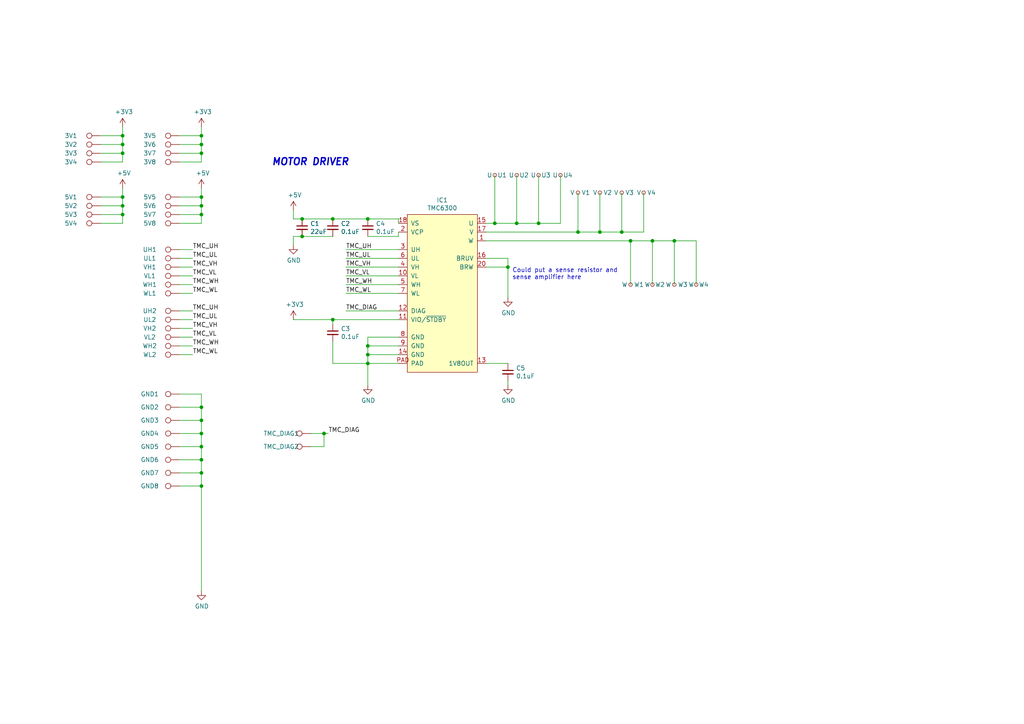
<source format=kicad_sch>
(kicad_sch (version 20231120) (generator "eeschema") (generator_version "8.0")
  (paper "A4")
  (title_block (title "SmartKnob View") (rev "${RELEASE_VERSION}") (company "Scott Bezek") (comment 2 "${COMMIT_DATE_LONG}") (comment 3 "${COMMIT_HASH}"))
  (lib_symbols
    (symbol "Connector:TestPoint" (pin_numbers hide) (pin_names (offset 0.762) hide)
      (property "Reference" "TP" (at 0 6.858 0))
      (property "Value" "TestPoint" (at 0 5.08 0))
      (symbol "TestPoint_0_1"
        (circle (center 0 3.302) (radius 0.762))
      )
      (symbol "TestPoint_1_1"
        (pin passive line (at 0 0 90) (length 2.54) (name "1") (number "1"))
      )
    )
    (symbol "Connector:TestPoint_Small" (pin_numbers hide) (pin_names (offset 0.762) hide)
      (property "Reference" "TP" (at 0 3.81 0))
      (property "Value" "TestPoint_Small" (at 0 2.032 0))
      (symbol "TestPoint_Small_0_1"
        (circle (center 0 0) (radius 0.508))
      )
      (symbol "TestPoint_Small_1_1"
        (pin passive line (at 0 0 90) (length 0) (name "1") (number "1"))
      )
    )
    (symbol "Device:C_Small" (pin_numbers hide) (pin_names (offset 0.254) hide)
      (property "Reference" "C" (at 0.254 1.778 0))
      (property "Value" "C_Small" (at 0.254 -2.032 0))
      (symbol "C_Small_0_1"
        (polyline (pts (xy -1.524 -0.508) (xy 1.524 -0.508)) (stroke (width 0.3302)))
        (polyline (pts (xy -1.524 0.508) (xy 1.524 0.508)) (stroke (width 0.3048)))
      )
      (symbol "C_Small_1_1"
        (pin passive line (at 0 2.54 270) (length 2.032) (name "~") (number "1"))
        (pin passive line (at 0 -2.54 90) (length 2.032) (name "~") (number "2"))
      )
    )
    (symbol "Trinamic:TMC6300" (pin_names (offset 1.016))
      (property "Reference" "U" (at 0 2.54 0))
      (property "Value" "TMC6300" (at 0 0 0))
      (symbol "TMC6300_0_1"
        (rectangle (start -10.16 22.86) (end 10.16 -22.86) (fill (type background)))
      )
      (symbol "TMC6300_1_1"
        (pin output line (at 12.7 15.24 180) (length 2.54) (name "W") (number "1"))
        (pin input line (at -12.7 5.08 0) (length 2.54) (name "VL") (number "10"))
        (pin power_in line (at -12.7 -7.62 0) (length 2.54) (name "VIO/~{STDBY}") (number "11"))
        (pin output line (at -12.7 -5.08 0) (length 2.54) (name "DIAG") (number "12"))
        (pin power_out line (at 12.7 -20.32 180) (length 2.54) (name "1V8OUT") (number "13"))
        (pin power_in line (at -12.7 -17.78 0) (length 2.54) (name "GND") (number "14"))
        (pin output line (at 12.7 20.32 180) (length 2.54) (name "U") (number "15"))
        (pin passive line (at 12.7 10.16 180) (length 2.54) (name "BRUV") (number "16"))
        (pin output line (at 12.7 17.78 180) (length 2.54) (name "V") (number "17"))
        (pin power_in line (at -12.7 20.32 0) (length 2.54) (name "VS") (number "18"))
        (pin no_connect line (at 12.7 -17.78 180) (length 2.54) hide (name "NC") (number "19"))
        (pin bidirectional line (at -12.7 17.78 0) (length 2.54) (name "VCP") (number "2"))
        (pin passive line (at 12.7 7.62 180) (length 2.54) (name "BRW") (number "20"))
        (pin input line (at -12.7 12.7 0) (length 2.54) (name "UH") (number "3"))
        (pin input line (at -12.7 7.62 0) (length 2.54) (name "VH") (number "4"))
        (pin input line (at -12.7 2.54 0) (length 2.54) (name "WH") (number "5"))
        (pin input line (at -12.7 10.16 0) (length 2.54) (name "UL") (number "6"))
        (pin input line (at -12.7 0 0) (length 2.54) (name "WL") (number "7"))
        (pin power_in line (at -12.7 -12.7 0) (length 2.54) (name "GND") (number "8"))
        (pin power_in line (at -12.7 -15.24 0) (length 2.54) (name "GND") (number "9"))
        (pin power_in line (at -12.7 -20.32 0) (length 2.54) (name "PAD") (number "PAD"))
      )
    )
    (symbol "power:+3.3V" (power) (pin_names (offset 0))
      (property "Value" "+3.3V" (at 0 3.556 0))
      (symbol "+3.3V_0_1"
        (polyline (pts (xy -0.762 1.27) (xy 0 2.54)))
        (polyline (pts (xy 0 0) (xy 0 2.54)))
        (polyline (pts (xy 0 2.54) (xy 0.762 1.27)))
      )
      (symbol "+3.3V_1_1"
        (pin power_in line (at 0 0 90) (length 0) hide (name "+3V3") (number "1"))
      )
    )
    (symbol "power:+5V" (power) (pin_names (offset 0))
      (property "Value" "+5V" (at 0 3.556 0))
      (symbol "+5V_0_1"
        (polyline (pts (xy -0.762 1.27) (xy 0 2.54)))
        (polyline (pts (xy 0 0) (xy 0 2.54)))
        (polyline (pts (xy 0 2.54) (xy 0.762 1.27)))
      )
      (symbol "+5V_1_1"
        (pin power_in line (at 0 0 90) (length 0) hide (name "+5V") (number "1"))
      )
    )
    (symbol "power:GND" (power) (pin_names (offset 0))
      (property "Value" "GND" (at 0 -3.81 0))
      (symbol "GND_0_1"
        (polyline (pts (xy 0 0) (xy 0 -1.27) (xy 1.27 -1.27) (xy 0 -2.54) (xy -1.27 -1.27) (xy 0 -1.27)))
      )
      (symbol "GND_1_1"
        (pin power_in line (at 0 0 270) (length 0) hide (name "GND") (number "1"))
      )
    )
  )
  (junction (at 58.42 121.92))
  (junction (at 58.42 41.91))
  (junction (at 87.63 63.5))
  (junction (at 96.52 63.5))
  (junction (at 180.34 67.31))
  (junction (at 106.68 105.41))
  (junction (at 143.51 64.77))
  (junction (at 189.23 69.85))
  (junction (at 58.42 129.54))
  (junction (at 173.99 67.31))
  (junction (at 58.42 44.45))
  (junction (at 58.42 118.11))
  (junction (at 87.63 68.58))
  (junction (at 35.56 59.69))
  (junction (at 156.21 64.77))
  (junction (at 182.88 69.85))
  (junction (at 96.52 92.71))
  (junction (at 106.68 63.5))
  (junction (at 195.58 69.85))
  (junction (at 58.42 137.16))
  (junction (at 58.42 57.15))
  (junction (at 58.42 133.35))
  (junction (at 35.56 41.91))
  (junction (at 147.32 77.47))
  (junction (at 106.68 102.87))
  (junction (at 58.42 62.23))
  (junction (at 35.56 39.37))
  (junction (at 93.98 125.73))
  (junction (at 58.42 39.37))
  (junction (at 35.56 57.15))
  (junction (at 58.42 140.97))
  (junction (at 35.56 62.23))
  (junction (at 167.64 67.31))
  (junction (at 149.86 64.77))
  (junction (at 58.42 125.73))
  (junction (at 106.68 100.33))
  (junction (at 35.56 44.45))
  (junction (at 58.42 59.69))
  (wire (pts (xy 52.07 118.11) (xy 58.42 118.11)))
  (wire (pts (xy 52.07 102.87) (xy 55.88 102.87)))
  (wire (pts (xy 85.09 63.5) (xy 87.63 63.5)))
  (wire (pts (xy 52.07 90.17) (xy 55.88 90.17)))
  (wire (pts (xy 189.23 69.85) (xy 195.58 69.85)))
  (wire (pts (xy 29.21 39.37) (xy 35.56 39.37)))
  (wire (pts (xy 180.34 55.88) (xy 180.34 67.31)))
  (wire (pts (xy 58.42 137.16) (xy 58.42 140.97)))
  (wire (pts (xy 52.07 97.79) (xy 55.88 97.79)))
  (wire (pts (xy 140.97 77.47) (xy 147.32 77.47)))
  (wire (pts (xy 115.57 105.41) (xy 106.68 105.41)))
  (wire (pts (xy 52.07 129.54) (xy 58.42 129.54)))
  (wire (pts (xy 90.17 125.73) (xy 93.98 125.73)))
  (wire (pts (xy 58.42 125.73) (xy 58.42 129.54)))
  (wire (pts (xy 58.42 46.99) (xy 58.42 44.45)))
  (wire (pts (xy 52.07 92.71) (xy 55.88 92.71)))
  (wire (pts (xy 162.56 64.77) (xy 162.56 50.8)))
  (wire (pts (xy 115.57 85.09) (xy 100.33 85.09)))
  (wire (pts (xy 58.42 118.11) (xy 58.42 121.92)))
  (wire (pts (xy 85.09 92.71) (xy 96.52 92.71)))
  (wire (pts (xy 140.97 105.41) (xy 147.32 105.41)))
  (wire (pts (xy 182.88 69.85) (xy 189.23 69.85)))
  (wire (pts (xy 87.63 63.5) (xy 96.52 63.5)))
  (wire (pts (xy 147.32 77.47) (xy 147.32 86.36)))
  (wire (pts (xy 52.07 114.3) (xy 58.42 114.3)))
  (wire (pts (xy 93.98 125.73) (xy 93.98 129.54)))
  (wire (pts (xy 115.57 80.01) (xy 100.33 80.01)))
  (wire (pts (xy 106.68 97.79) (xy 115.57 97.79)))
  (wire (pts (xy 85.09 68.58) (xy 87.63 68.58)))
  (wire (pts (xy 106.68 102.87) (xy 106.68 100.33)))
  (wire (pts (xy 106.68 105.41) (xy 106.68 102.87)))
  (wire (pts (xy 115.57 72.39) (xy 100.33 72.39)))
  (wire (pts (xy 58.42 140.97) (xy 58.42 171.45)))
  (wire (pts (xy 52.07 39.37) (xy 58.42 39.37)))
  (wire (pts (xy 149.86 64.77) (xy 149.86 50.8)))
  (wire (pts (xy 52.07 125.73) (xy 58.42 125.73)))
  (wire (pts (xy 29.21 64.77) (xy 35.56 64.77)))
  (wire (pts (xy 52.07 57.15) (xy 58.42 57.15)))
  (wire (pts (xy 52.07 133.35) (xy 58.42 133.35)))
  (wire (pts (xy 173.99 67.31) (xy 180.34 67.31)))
  (wire (pts (xy 52.07 137.16) (xy 58.42 137.16)))
  (wire (pts (xy 29.21 59.69) (xy 35.56 59.69)))
  (wire (pts (xy 189.23 69.85) (xy 189.23 82.55)))
  (wire (pts (xy 106.68 63.5) (xy 96.52 63.5)))
  (wire (pts (xy 52.07 62.23) (xy 58.42 62.23)))
  (wire (pts (xy 35.56 41.91) (xy 35.56 39.37)))
  (wire (pts (xy 106.68 105.41) (xy 106.68 111.76)))
  (wire (pts (xy 96.52 92.71) (xy 96.52 93.98)))
  (wire (pts (xy 201.93 69.85) (xy 201.93 82.55)))
  (wire (pts (xy 149.86 64.77) (xy 156.21 64.77)))
  (wire (pts (xy 140.97 69.85) (xy 182.88 69.85)))
  (wire (pts (xy 167.64 55.88) (xy 167.64 67.31)))
  (wire (pts (xy 52.07 80.01) (xy 55.88 80.01)))
  (wire (pts (xy 96.52 99.06) (xy 96.52 105.41)))
  (wire (pts (xy 52.07 140.97) (xy 58.42 140.97)))
  (wire (pts (xy 115.57 100.33) (xy 106.68 100.33)))
  (wire (pts (xy 182.88 69.85) (xy 182.88 82.55)))
  (wire (pts (xy 85.09 60.96) (xy 85.09 63.5)))
  (wire (pts (xy 35.56 59.69) (xy 35.56 57.15)))
  (wire (pts (xy 195.58 69.85) (xy 195.58 82.55)))
  (wire (pts (xy 156.21 50.8) (xy 156.21 64.77)))
  (wire (pts (xy 52.07 64.77) (xy 58.42 64.77)))
  (wire (pts (xy 35.56 39.37) (xy 35.56 36.83)))
  (wire (pts (xy 173.99 67.31) (xy 173.99 55.88)))
  (wire (pts (xy 140.97 74.93) (xy 147.32 74.93)))
  (wire (pts (xy 96.52 105.41) (xy 106.68 105.41)))
  (wire (pts (xy 115.57 63.5) (xy 106.68 63.5)))
  (wire (pts (xy 106.68 100.33) (xy 106.68 97.79)))
  (wire (pts (xy 58.42 64.77) (xy 58.42 62.23)))
  (wire (pts (xy 186.69 67.31) (xy 186.69 55.88)))
  (wire (pts (xy 52.07 44.45) (xy 58.42 44.45)))
  (wire (pts (xy 29.21 46.99) (xy 35.56 46.99)))
  (wire (pts (xy 147.32 110.49) (xy 147.32 111.76)))
  (wire (pts (xy 29.21 57.15) (xy 35.56 57.15)))
  (wire (pts (xy 52.07 121.92) (xy 58.42 121.92)))
  (wire (pts (xy 115.57 68.58) (xy 115.57 67.31)))
  (wire (pts (xy 106.68 102.87) (xy 115.57 102.87)))
  (wire (pts (xy 115.57 64.77) (xy 115.57 63.5)))
  (wire (pts (xy 58.42 114.3) (xy 58.42 118.11)))
  (wire (pts (xy 180.34 67.31) (xy 186.69 67.31)))
  (wire (pts (xy 52.07 72.39) (xy 55.88 72.39)))
  (wire (pts (xy 195.58 69.85) (xy 201.93 69.85)))
  (wire (pts (xy 35.56 62.23) (xy 35.56 59.69)))
  (wire (pts (xy 35.56 46.99) (xy 35.56 44.45)))
  (wire (pts (xy 58.42 41.91) (xy 58.42 39.37)))
  (wire (pts (xy 140.97 67.31) (xy 167.64 67.31)))
  (wire (pts (xy 58.42 44.45) (xy 58.42 41.91)))
  (wire (pts (xy 140.97 64.77) (xy 143.51 64.77)))
  (wire (pts (xy 115.57 82.55) (xy 100.33 82.55)))
  (wire (pts (xy 115.57 90.17) (xy 100.33 90.17)))
  (wire (pts (xy 29.21 44.45) (xy 35.56 44.45)))
  (wire (pts (xy 143.51 50.8) (xy 143.51 64.77)))
  (wire (pts (xy 147.32 74.93) (xy 147.32 77.47)))
  (wire (pts (xy 85.09 68.58) (xy 85.09 71.12)))
  (wire (pts (xy 52.07 82.55) (xy 55.88 82.55)))
  (wire (pts (xy 96.52 92.71) (xy 115.57 92.71)))
  (wire (pts (xy 35.56 44.45) (xy 35.56 41.91)))
  (wire (pts (xy 58.42 129.54) (xy 58.42 133.35)))
  (wire (pts (xy 58.42 62.23) (xy 58.42 59.69)))
  (wire (pts (xy 93.98 125.73) (xy 95.25 125.73)))
  (wire (pts (xy 35.56 64.77) (xy 35.56 62.23)))
  (wire (pts (xy 29.21 41.91) (xy 35.56 41.91)))
  (wire (pts (xy 52.07 95.25) (xy 55.88 95.25)))
  (wire (pts (xy 35.56 57.15) (xy 35.56 54.61)))
  (wire (pts (xy 115.57 74.93) (xy 100.33 74.93)))
  (wire (pts (xy 52.07 77.47) (xy 55.88 77.47)))
  (wire (pts (xy 52.07 85.09) (xy 55.88 85.09)))
  (wire (pts (xy 96.52 68.58) (xy 87.63 68.58)))
  (wire (pts (xy 58.42 57.15) (xy 58.42 54.61)))
  (wire (pts (xy 93.98 129.54) (xy 90.17 129.54)))
  (wire (pts (xy 52.07 74.93) (xy 55.88 74.93)))
  (wire (pts (xy 52.07 41.91) (xy 58.42 41.91)))
  (wire (pts (xy 156.21 64.77) (xy 162.56 64.77)))
  (wire (pts (xy 52.07 46.99) (xy 58.42 46.99)))
  (wire (pts (xy 143.51 64.77) (xy 149.86 64.77)))
  (wire (pts (xy 167.64 67.31) (xy 173.99 67.31)))
  (wire (pts (xy 58.42 59.69) (xy 58.42 57.15)))
  (wire (pts (xy 52.07 59.69) (xy 58.42 59.69)))
  (wire (pts (xy 58.42 39.37) (xy 58.42 36.83)))
  (wire (pts (xy 58.42 133.35) (xy 58.42 137.16)))
  (wire (pts (xy 52.07 100.33) (xy 55.88 100.33)))
  (wire (pts (xy 58.42 121.92) (xy 58.42 125.73)))
  (wire (pts (xy 29.21 62.23) (xy 35.56 62.23)))
  (wire (pts (xy 115.57 77.47) (xy 100.33 77.47)))
  (wire (pts (xy 106.68 68.58) (xy 115.57 68.58)))
  (text "Could put a sense resistor and\nsense amplifier here" (at 148.59 81.28 0) (effects (font (size 1.27 1.27)) (justify left bottom)))
  (text "MOTOR DRIVER" (at 78.74 48.26 0) (effects (font (size 2.0066 2.0066) (thickness 0.4013) (bold yes) (italic yes)) (justify left bottom)))
  (label "TMC_WH" (at 55.88 82.55 0))
  (label "TMC_VL" (at 55.88 80.01 0))
  (label "TMC_UL" (at 100.33 74.93 0))
  (label "TMC_VL" (at 55.88 97.79 0))
  (label "TMC_VH" (at 55.88 95.25 0))
  (label "TMC_DIAG" (at 100.33 90.17 0))
  (label "TMC_UL" (at 55.88 74.93 0))
  (label "TMC_UH" (at 55.88 72.39 0))
  (label "TMC_UH" (at 100.33 72.39 0))
  (label "TMC_VL" (at 100.33 80.01 0))
  (label "TMC_WL" (at 55.88 102.87 0))
  (label "TMC_WH" (at 100.33 82.55 0))
  (label "TMC_UH" (at 55.88 90.17 0))
  (label "TMC_WL" (at 100.33 85.09 0))
  (label "TMC_WH" (at 55.88 100.33 0))
  (label "TMC_VH" (at 100.33 77.47 0))
  (label "TMC_DIAG" (at 95.25 125.73 0))
  (label "TMC_UL" (at 55.88 92.71 0))
  (label "TMC_WL" (at 55.88 85.09 0))
  (label "TMC_VH" (at 55.88 77.47 0))
  (symbol (lib_id "Trinamic:TMC6300") (at 128.27 85.09 0) (unit 1)
    (property "Reference" "IC1" (at 128.27 58.039 0))
    (property "Value" "TMC6300" (at 128.27 60.3504 0))
    (property "Footprint" "Modified:QFN-20-1EP_3x3mm_P0.4mm_EP1.65x1.65mm_ThermalVias_LargerViaHoles" (effects (hide yes)))
    (property "Digikey" "TMC6300-LA-T" (effects (hide yes)))
    (property "Mouser" "700-TMC6300-LA" (effects (hide yes)))
    (property "LCSC" "N/A" (effects (hide yes)))
  )
  (symbol (lib_id "Device:C_Small") (at 106.68 66.04 0) (unit 1)
    (property "Reference" "C4" (at 109.0168 64.8716 0) (effects (justify left)))
    (property "Value" "0.1uF" (at 109.0168 67.183 0) (effects (justify left)))
    (property "Footprint" "Capacitor_SMD:C_0603_1608Metric_Pad1.08x0.95mm_HandSolder" (effects (hide yes)))
    (property "LCSC" "C1591" (effects (hide yes)))
    (property "Digikey" "1276-1935-1-ND" (effects (hide yes)))
    (property "Mouser" "187-CL10B104KB8NNWC" (effects (hide yes)))
  )
  (symbol (lib_id "Device:C_Small") (at 96.52 66.04 0) (unit 1)
    (property "Reference" "C2" (at 98.8568 64.8716 0) (effects (justify left)))
    (property "Value" "0.1uF" (at 98.8568 67.183 0) (effects (justify left)))
    (property "Footprint" "Capacitor_SMD:C_0603_1608Metric_Pad1.08x0.95mm_HandSolder" (effects (hide yes)))
    (property "LCSC" "C1591" (effects (hide yes)))
    (property "Digikey" "1276-1935-1-ND" (effects (hide yes)))
    (property "Mouser" "187-CL10B104KB8NNWC" (effects (hide yes)))
  )
  (symbol (lib_id "Device:C_Small") (at 87.63 66.04 0) (unit 1)
    (property "Reference" "C1" (at 89.9668 64.8716 0) (effects (justify left)))
    (property "Value" "22uF" (at 89.9668 67.183 0) (effects (justify left)))
    (property "Footprint" "Capacitor_SMD:C_0805_2012Metric_Pad1.18x1.45mm_HandSolder" (effects (hide yes)))
    (property "LCSC" "C98190" (effects (hide yes)))
    (property "Digikey" "1276-CL21A226MAYNNNECT-ND" (effects (hide yes)))
    (property "Mouser" "187-CL21A226MAYNNNE" (effects (hide yes)))
  )
  (symbol (lib_id "Device:C_Small") (at 147.32 107.95 0) (unit 1)
    (property "Reference" "C5" (at 149.6568 106.7816 0) (effects (justify left)))
    (property "Value" "0.1uF" (at 149.6568 109.093 0) (effects (justify left)))
    (property "Footprint" "Capacitor_SMD:C_0603_1608Metric_Pad1.08x0.95mm_HandSolder" (effects (hide yes)))
    (property "LCSC" "C1591" (effects (hide yes)))
    (property "Digikey" "1276-1935-1-ND" (effects (hide yes)))
    (property "Mouser" "187-CL10B104KB8NNWC" (effects (hide yes)))
  )
  (symbol (lib_id "Device:C_Small") (at 96.52 96.52 0) (unit 1)
    (property "Reference" "C3" (at 98.8568 95.3516 0) (effects (justify left)))
    (property "Value" "0.1uF" (at 98.8568 97.663 0) (effects (justify left)))
    (property "Footprint" "Capacitor_SMD:C_0603_1608Metric_Pad1.08x0.95mm_HandSolder" (effects (hide yes)))
    (property "LCSC" "C1591" (effects (hide yes)))
    (property "Digikey" "1276-1935-1-ND" (effects (hide yes)))
    (property "Mouser" "187-CL10B104KB8NNWC" (effects (hide yes)))
  )
  (symbol (lib_id "power:GND") (at 147.32 111.76 0) (unit 1)
    (property "Reference" "#PWR011" (effects (hide yes)))
    (property "Value" "GND" (at 147.447 116.1542 0))
  )
  (symbol (lib_id "power:GND") (at 106.68 111.76 0) (unit 1)
    (property "Reference" "#PWR09" (effects (hide yes)))
    (property "Value" "GND" (at 106.807 116.1542 0))
  )
  (symbol (lib_id "power:+3.3V") (at 85.09 92.71 0) (unit 1)
    (property "Reference" "#PWR08" (effects (hide yes)))
    (property "Value" "+3V3" (at 85.471 88.3158 0))
  )
  (symbol (lib_id "power:GND") (at 147.32 86.36 0) (unit 1)
    (property "Reference" "#PWR010" (effects (hide yes)))
    (property "Value" "GND" (at 147.447 90.7542 0))
  )
  (symbol (lib_id "Connector:TestPoint_Small") (at 143.51 50.8 0) (unit 1)
    (property "Reference" "U1" (at 144.272 50.8 0) (effects (justify left)))
    (property "Value" "U" (at 141.224 50.8 0) (effects (justify left)))
    (property "Footprint" "Library:kawashima_TestPoint_THTPad_D1.5mm_Drill0.7mm" (effects (hide yes)))
  )
  (symbol (lib_id "Connector:TestPoint_Small") (at 167.64 55.88 0) (unit 1)
    (property "Reference" "V1" (at 168.656 55.88 0) (effects (justify left)))
    (property "Value" "V" (at 165.354 55.88 0) (effects (justify left)))
    (property "Footprint" "Library:kawashima_TestPoint_THTPad_D1.5mm_Drill0.7mm" (effects (hide yes)))
  )
  (symbol (lib_id "Connector:TestPoint_Small") (at 182.88 82.55 0) (unit 1)
    (property "Reference" "W1" (at 183.896 82.55 0) (effects (justify left)))
    (property "Value" "W" (at 180.34 82.55 0) (effects (justify left)))
    (property "Footprint" "Library:kawashima_TestPoint_THTPad_D1.5mm_Drill0.7mm" (effects (hide yes)))
  )
  (symbol (lib_id "power:+5V") (at 85.09 60.96 0) (unit 1)
    (property "Reference" "#PWR06" (effects (hide yes)))
    (property "Value" "+5V" (at 85.471 56.5658 0))
  )
  (symbol (lib_id "power:GND") (at 85.09 71.12 0) (unit 1)
    (property "Reference" "#PWR07" (effects (hide yes)))
    (property "Value" "GND" (at 85.217 75.5142 0))
  )
  (symbol (lib_id "power:+5V") (at 58.42 54.61 0) (unit 1)
    (property "Reference" "#PWR04" (effects (hide yes)))
    (property "Value" "+5V" (at 58.801 50.2158 0))
  )
  (symbol (lib_id "Connector:TestPoint") (at 52.07 92.71 90) (unit 1)
    (property "Reference" "UL2" (at 43.434 92.71 90))
    (property "Value" "TestPoint" (effects (hide yes)))
    (property "Footprint" "Library:kawashima_TestPoint_THTPad_D1.5mm_Drill0.7mm" (effects (hide yes)))
    (property "Description" "test point" (effects (hide yes)))
  )
  (symbol (lib_id "Connector:TestPoint") (at 52.07 125.73 90) (unit 1)
    (property "Reference" "GND4" (at 43.434 125.73 90))
    (property "Value" "TestPoint" (effects (hide yes)))
    (property "Footprint" "Library:kawashima_TestPoint_THTPad_D1.5mm_Drill0.7mm" (effects (hide yes)))
    (property "Description" "test point" (effects (hide yes)))
  )
  (symbol (lib_id "Connector:TestPoint") (at 52.07 41.91 90) (unit 1)
    (property "Reference" "3V6" (at 43.434 41.91 90))
    (property "Value" "TestPoint" (effects (hide yes)))
    (property "Footprint" "Library:kawashima_TestPoint_THTPad_D1.5mm_Drill0.7mm" (effects (hide yes)))
    (property "Description" "test point" (effects (hide yes)))
  )
  (symbol (lib_id "Connector:TestPoint") (at 52.07 100.33 90) (unit 1)
    (property "Reference" "WH2" (at 43.434 100.33 90))
    (property "Value" "TestPoint" (effects (hide yes)))
    (property "Footprint" "Library:kawashima_TestPoint_THTPad_D1.5mm_Drill0.7mm" (effects (hide yes)))
    (property "Description" "test point" (effects (hide yes)))
  )
  (symbol (lib_id "Connector:TestPoint") (at 90.17 125.73 90) (unit 1)
    (property "Reference" "TMC_DIAG1" (at 81.534 125.73 90))
    (property "Value" "TestPoint" (effects (hide yes)))
    (property "Footprint" "Library:kawashima_TestPoint_THTPad_D1.5mm_Drill0.7mm" (effects (hide yes)))
    (property "Description" "test point" (effects (hide yes)))
  )
  (symbol (lib_id "Connector:TestPoint") (at 52.07 114.3 90) (unit 1)
    (property "Reference" "GND1" (at 43.434 114.3 90))
    (property "Value" "TestPoint" (effects (hide yes)))
    (property "Footprint" "Library:kawashima_TestPoint_THTPad_D1.5mm_Drill0.7mm" (effects (hide yes)))
    (property "Description" "test point" (effects (hide yes)))
  )
  (symbol (lib_id "Connector:TestPoint") (at 52.07 133.35 90) (unit 1)
    (property "Reference" "GND6" (at 43.434 133.35 90))
    (property "Value" "TestPoint" (effects (hide yes)))
    (property "Footprint" "Library:kawashima_TestPoint_THTPad_D1.5mm_Drill0.7mm" (effects (hide yes)))
    (property "Description" "test point" (effects (hide yes)))
  )
  (symbol (lib_id "Connector:TestPoint") (at 29.21 64.77 90) (unit 1)
    (property "Reference" "5V4" (at 20.574 64.77 90))
    (property "Value" "TestPoint" (effects (hide yes)))
    (property "Footprint" "Library:kawashima_TestPoint_THTPad_D1.5mm_Drill0.7mm" (effects (hide yes)))
    (property "Description" "test point" (effects (hide yes)))
  )
  (symbol (lib_id "Connector:TestPoint") (at 52.07 72.39 90) (unit 1)
    (property "Reference" "UH1" (at 43.434 72.39 90))
    (property "Value" "TestPoint" (effects (hide yes)))
    (property "Footprint" "Library:kawashima_TestPoint_THTPad_D1.5mm_Drill0.7mm" (effects (hide yes)))
    (property "Description" "test point" (effects (hide yes)))
  )
  (symbol (lib_id "Connector:TestPoint") (at 29.21 41.91 90) (unit 1)
    (property "Reference" "3V2" (at 20.574 41.91 90))
    (property "Value" "TestPoint" (effects (hide yes)))
    (property "Footprint" "Library:kawashima_TestPoint_THTPad_D1.5mm_Drill0.7mm" (effects (hide yes)))
    (property "Description" "test point" (effects (hide yes)))
  )
  (symbol (lib_id "Connector:TestPoint") (at 52.07 102.87 90) (unit 1)
    (property "Reference" "WL2" (at 43.434 102.87 90))
    (property "Value" "TestPoint" (effects (hide yes)))
    (property "Footprint" "Library:kawashima_TestPoint_THTPad_D1.5mm_Drill0.7mm" (effects (hide yes)))
    (property "Description" "test point" (effects (hide yes)))
  )
  (symbol (lib_id "Connector:TestPoint") (at 52.07 118.11 90) (unit 1)
    (property "Reference" "GND2" (at 43.434 118.11 90))
    (property "Value" "TestPoint" (effects (hide yes)))
    (property "Footprint" "Library:kawashima_TestPoint_THTPad_D1.5mm_Drill0.7mm" (effects (hide yes)))
    (property "Description" "test point" (effects (hide yes)))
  )
  (symbol (lib_id "Connector:TestPoint") (at 52.07 74.93 90) (unit 1)
    (property "Reference" "UL1" (at 43.434 74.93 90))
    (property "Value" "TestPoint" (effects (hide yes)))
    (property "Footprint" "Library:kawashima_TestPoint_THTPad_D1.5mm_Drill0.7mm" (effects (hide yes)))
    (property "Description" "test point" (effects (hide yes)))
  )
  (symbol (lib_id "Connector:TestPoint_Small") (at 186.69 55.88 0) (unit 1)
    (property "Reference" "V4" (at 187.706 55.88 0) (effects (justify left)))
    (property "Value" "V" (at 184.658 55.88 0) (effects (justify left)))
    (property "Footprint" "Library:kawashima_TestPoint_THTPad_D1.5mm_Drill0.7mm" (effects (hide yes)))
  )
  (symbol (lib_id "Connector:TestPoint") (at 52.07 46.99 90) (unit 1)
    (property "Reference" "3V8" (at 43.434 46.99 90))
    (property "Value" "TestPoint" (effects (hide yes)))
    (property "Footprint" "Library:kawashima_TestPoint_THTPad_D1.5mm_Drill0.7mm" (effects (hide yes)))
    (property "Description" "test point" (effects (hide yes)))
  )
  (symbol (lib_id "power:+3.3V") (at 58.42 36.83 0) (unit 1)
    (property "Reference" "#PWR03" (effects (hide yes)))
    (property "Value" "+3V3" (at 58.801 32.4358 0))
  )
  (symbol (lib_id "Connector:TestPoint") (at 52.07 97.79 90) (unit 1)
    (property "Reference" "VL2" (at 43.434 97.79 90))
    (property "Value" "TestPoint" (effects (hide yes)))
    (property "Footprint" "Library:kawashima_TestPoint_THTPad_D1.5mm_Drill0.7mm" (effects (hide yes)))
    (property "Description" "test point" (effects (hide yes)))
  )
  (symbol (lib_id "Connector:TestPoint") (at 29.21 44.45 90) (unit 1)
    (property "Reference" "3V3" (at 20.574 44.45 90))
    (property "Value" "TestPoint" (effects (hide yes)))
    (property "Footprint" "Library:kawashima_TestPoint_THTPad_D1.5mm_Drill0.7mm" (effects (hide yes)))
    (property "Description" "test point" (effects (hide yes)))
  )
  (symbol (lib_id "Connector:TestPoint") (at 52.07 140.97 90) (unit 1)
    (property "Reference" "GND8" (at 43.434 140.97 90))
    (property "Value" "TestPoint" (effects (hide yes)))
    (property "Footprint" "Library:kawashima_TestPoint_THTPad_D1.5mm_Drill0.7mm" (effects (hide yes)))
    (property "Description" "test point" (effects (hide yes)))
  )
  (symbol (lib_id "Connector:TestPoint") (at 52.07 80.01 90) (unit 1)
    (property "Reference" "VL1" (at 43.434 80.01 90))
    (property "Value" "TestPoint" (effects (hide yes)))
    (property "Footprint" "Library:kawashima_TestPoint_THTPad_D1.5mm_Drill0.7mm" (effects (hide yes)))
    (property "Description" "test point" (effects (hide yes)))
  )
  (symbol (lib_id "Connector:TestPoint") (at 29.21 39.37 90) (unit 1)
    (property "Reference" "3V1" (at 20.574 39.37 90))
    (property "Value" "TestPoint" (effects (hide yes)))
    (property "Footprint" "Library:kawashima_TestPoint_THTPad_D1.5mm_Drill0.7mm" (effects (hide yes)))
    (property "Description" "test point" (effects (hide yes)))
  )
  (symbol (lib_id "Connector:TestPoint") (at 52.07 59.69 90) (unit 1)
    (property "Reference" "5V6" (at 43.434 59.69 90))
    (property "Value" "TestPoint" (effects (hide yes)))
    (property "Footprint" "Library:kawashima_TestPoint_THTPad_D1.5mm_Drill0.7mm" (effects (hide yes)))
    (property "Description" "test point" (effects (hide yes)))
  )
  (symbol (lib_id "Connector:TestPoint") (at 52.07 62.23 90) (unit 1)
    (property "Reference" "5V7" (at 43.434 62.23 90))
    (property "Value" "TestPoint" (effects (hide yes)))
    (property "Footprint" "Library:kawashima_TestPoint_THTPad_D1.5mm_Drill0.7mm" (effects (hide yes)))
    (property "Description" "test point" (effects (hide yes)))
  )
  (symbol (lib_id "power:GND") (at 58.42 171.45 0) (unit 1)
    (property "Reference" "#PWR05" (effects (hide yes)))
    (property "Value" "GND" (at 58.547 175.8442 0))
  )
  (symbol (lib_id "Connector:TestPoint") (at 52.07 137.16 90) (unit 1)
    (property "Reference" "GND7" (at 43.434 137.16 90))
    (property "Value" "TestPoint" (effects (hide yes)))
    (property "Footprint" "Library:kawashima_TestPoint_THTPad_D1.5mm_Drill0.7mm" (effects (hide yes)))
    (property "Description" "test point" (effects (hide yes)))
  )
  (symbol (lib_id "Connector:TestPoint") (at 52.07 44.45 90) (unit 1)
    (property "Reference" "3V7" (at 43.434 44.45 90))
    (property "Value" "TestPoint" (effects (hide yes)))
    (property "Footprint" "Library:kawashima_TestPoint_THTPad_D1.5mm_Drill0.7mm" (effects (hide yes)))
    (property "Description" "test point" (effects (hide yes)))
  )
  (symbol (lib_id "power:+5V") (at 35.56 54.61 0) (unit 1)
    (property "Reference" "#PWR02" (effects (hide yes)))
    (property "Value" "+5V" (at 35.941 50.2158 0))
  )
  (symbol (lib_id "Connector:TestPoint_Small") (at 189.23 82.55 0) (unit 1)
    (property "Reference" "W2" (at 189.992 82.55 0) (effects (justify left)))
    (property "Value" "W" (at 186.944 82.55 0) (effects (justify left)))
    (property "Footprint" "Library:kawashima_TestPoint_THTPad_D1.5mm_Drill0.7mm" (effects (hide yes)))
  )
  (symbol (lib_id "Connector:TestPoint") (at 52.07 64.77 90) (unit 1)
    (property "Reference" "5V8" (at 43.434 64.77 90))
    (property "Value" "TestPoint" (effects (hide yes)))
    (property "Footprint" "Library:kawashima_TestPoint_THTPad_D1.5mm_Drill0.7mm" (effects (hide yes)))
    (property "Description" "test point" (effects (hide yes)))
  )
  (symbol (lib_id "Connector:TestPoint") (at 29.21 59.69 90) (unit 1)
    (property "Reference" "5V2" (at 20.574 59.69 90))
    (property "Value" "TestPoint" (effects (hide yes)))
    (property "Footprint" "Library:kawashima_TestPoint_THTPad_D1.5mm_Drill0.7mm" (effects (hide yes)))
    (property "Description" "test point" (effects (hide yes)))
  )
  (symbol (lib_id "power:+3.3V") (at 35.56 36.83 0) (unit 1)
    (property "Reference" "#PWR01" (effects (hide yes)))
    (property "Value" "+3V3" (at 35.941 32.4358 0))
  )
  (symbol (lib_id "Connector:TestPoint") (at 90.17 129.54 90) (unit 1)
    (property "Reference" "TMC_DIAG2" (at 81.534 129.54 90))
    (property "Value" "TestPoint" (effects (hide yes)))
    (property "Footprint" "Library:kawashima_TestPoint_THTPad_D1.5mm_Drill0.7mm" (effects (hide yes)))
    (property "Description" "test point" (effects (hide yes)))
  )
  (symbol (lib_id "Connector:TestPoint") (at 52.07 77.47 90) (unit 1)
    (property "Reference" "VH1" (at 43.434 77.47 90))
    (property "Value" "TestPoint" (effects (hide yes)))
    (property "Footprint" "Library:kawashima_TestPoint_THTPad_D1.5mm_Drill0.7mm" (effects (hide yes)))
    (property "Description" "test point" (effects (hide yes)))
  )
  (symbol (lib_id "Connector:TestPoint_Small") (at 201.93 82.55 0) (unit 1)
    (property "Reference" "W4" (at 202.692 82.55 0) (effects (justify left)))
    (property "Value" "W" (at 199.644 82.55 0) (effects (justify left)))
    (property "Footprint" "Library:kawashima_TestPoint_THTPad_D1.5mm_Drill0.7mm" (effects (hide yes)))
  )
  (symbol (lib_id "Connector:TestPoint_Small") (at 195.58 82.55 0) (unit 1)
    (property "Reference" "W3" (at 196.596 82.55 0) (effects (justify left)))
    (property "Value" "W" (at 193.04 82.55 0) (effects (justify left)))
    (property "Footprint" "Library:kawashima_TestPoint_THTPad_D1.5mm_Drill0.7mm" (effects (hide yes)))
  )
  (symbol (lib_id "Connector:TestPoint") (at 52.07 95.25 90) (unit 1)
    (property "Reference" "VH2" (at 43.434 95.25 90))
    (property "Value" "TestPoint" (effects (hide yes)))
    (property "Footprint" "Library:kawashima_TestPoint_THTPad_D1.5mm_Drill0.7mm" (effects (hide yes)))
    (property "Description" "test point" (effects (hide yes)))
  )
  (symbol (lib_id "Connector:TestPoint_Small") (at 173.99 55.88 0) (unit 1)
    (property "Reference" "V2" (at 175.006 55.88 0) (effects (justify left)))
    (property "Value" "V" (at 171.958 55.88 0) (effects (justify left)))
    (property "Footprint" "Library:kawashima_TestPoint_THTPad_D1.5mm_Drill0.7mm" (effects (hide yes)))
  )
  (symbol (lib_id "Connector:TestPoint") (at 52.07 82.55 90) (unit 1)
    (property "Reference" "WH1" (at 43.434 82.55 90))
    (property "Value" "TestPoint" (effects (hide yes)))
    (property "Footprint" "Library:kawashima_TestPoint_THTPad_D1.5mm_Drill0.7mm" (effects (hide yes)))
    (property "Description" "test point" (effects (hide yes)))
  )
  (symbol (lib_id "Connector:TestPoint_Small") (at 180.34 55.88 0) (unit 1)
    (property "Reference" "V3" (at 181.356 55.88 0) (effects (justify left)))
    (property "Value" "V" (at 178.054 55.88 0) (effects (justify left)))
    (property "Footprint" "Library:kawashima_TestPoint_THTPad_D1.5mm_Drill0.7mm" (effects (hide yes)))
  )
  (symbol (lib_id "Connector:TestPoint") (at 52.07 57.15 90) (unit 1)
    (property "Reference" "5V5" (at 43.434 57.15 90))
    (property "Value" "TestPoint" (effects (hide yes)))
    (property "Footprint" "Library:kawashima_TestPoint_THTPad_D1.5mm_Drill0.7mm" (effects (hide yes)))
    (property "Description" "test point" (effects (hide yes)))
  )
  (symbol (lib_id "Connector:TestPoint") (at 52.07 129.54 90) (unit 1)
    (property "Reference" "GND5" (at 43.434 129.54 90))
    (property "Value" "TestPoint" (effects (hide yes)))
    (property "Footprint" "Library:kawashima_TestPoint_THTPad_D1.5mm_Drill0.7mm" (effects (hide yes)))
    (property "Description" "test point" (effects (hide yes)))
  )
  (symbol (lib_id "Connector:TestPoint_Small") (at 149.86 50.8 0) (unit 1)
    (property "Reference" "U2" (at 150.622 50.8 0) (effects (justify left)))
    (property "Value" "U" (at 147.574 50.8 0) (effects (justify left)))
    (property "Footprint" "Library:kawashima_TestPoint_THTPad_D1.5mm_Drill0.7mm" (effects (hide yes)))
  )
  (symbol (lib_id "Connector:TestPoint") (at 52.07 90.17 90) (unit 1)
    (property "Reference" "UH2" (at 43.434 90.17 90))
    (property "Value" "TestPoint" (effects (hide yes)))
    (property "Footprint" "Library:kawashima_TestPoint_THTPad_D1.5mm_Drill0.7mm" (effects (hide yes)))
    (property "Description" "test point" (effects (hide yes)))
  )
  (symbol (lib_id "Connector:TestPoint") (at 29.21 62.23 90) (unit 1)
    (property "Reference" "5V3" (at 20.574 62.23 90))
    (property "Value" "TestPoint" (effects (hide yes)))
    (property "Footprint" "Library:kawashima_TestPoint_THTPad_D1.5mm_Drill0.7mm" (effects (hide yes)))
    (property "Description" "test point" (effects (hide yes)))
  )
  (symbol (lib_id "Connector:TestPoint") (at 29.21 46.99 90) (unit 1)
    (property "Reference" "3V4" (at 20.574 46.99 90))
    (property "Value" "TestPoint" (effects (hide yes)))
    (property "Footprint" "Library:kawashima_TestPoint_THTPad_D1.5mm_Drill0.7mm" (effects (hide yes)))
    (property "Description" "test point" (effects (hide yes)))
  )
  (symbol (lib_id "Connector:TestPoint") (at 52.07 39.37 90) (unit 1)
    (property "Reference" "3V5" (at 43.434 39.37 90))
    (property "Value" "TestPoint" (effects (hide yes)))
    (property "Footprint" "Library:kawashima_TestPoint_THTPad_D1.5mm_Drill0.7mm" (effects (hide yes)))
    (property "Description" "test point" (effects (hide yes)))
  )
  (symbol (lib_id "Connector:TestPoint_Small") (at 156.21 50.8 0) (unit 1)
    (property "Reference" "U3" (at 156.972 50.8 0) (effects (justify left)))
    (property "Value" "U" (at 153.924 50.8 0) (effects (justify left)))
    (property "Footprint" "Library:kawashima_TestPoint_THTPad_D1.5mm_Drill0.7mm" (effects (hide yes)))
  )
  (symbol (lib_id "Connector:TestPoint") (at 52.07 85.09 90) (unit 1)
    (property "Reference" "WL1" (at 43.434 85.09 90))
    (property "Value" "TestPoint" (effects (hide yes)))
    (property "Footprint" "Library:kawashima_TestPoint_THTPad_D1.5mm_Drill0.7mm" (effects (hide yes)))
    (property "Description" "test point" (effects (hide yes)))
  )
  (symbol (lib_id "Connector:TestPoint") (at 52.07 121.92 90) (unit 1)
    (property "Reference" "GND3" (at 43.434 121.92 90))
    (property "Value" "TestPoint" (effects (hide yes)))
    (property "Footprint" "Library:kawashima_TestPoint_THTPad_D1.5mm_Drill0.7mm" (effects (hide yes)))
    (property "Description" "test point" (effects (hide yes)))
  )
  (symbol (lib_id "Connector:TestPoint") (at 29.21 57.15 90) (unit 1)
    (property "Reference" "5V1" (at 20.574 57.15 90))
    (property "Value" "TestPoint" (effects (hide yes)))
    (property "Footprint" "Library:kawashima_TestPoint_THTPad_D1.5mm_Drill0.7mm" (effects (hide yes)))
    (property "Description" "test point" (effects (hide yes)))
  )
  (symbol (lib_id "Connector:TestPoint_Small") (at 162.56 50.8 0) (unit 1)
    (property "Reference" "U4" (at 163.322 50.8 0) (effects (justify left)))
    (property "Value" "U" (at 160.274 50.8 0) (effects (justify left)))
    (property "Footprint" "Library:kawashima_TestPoint_THTPad_D1.5mm_Drill0.7mm" (effects (hide yes)))
  )
)
</source>
